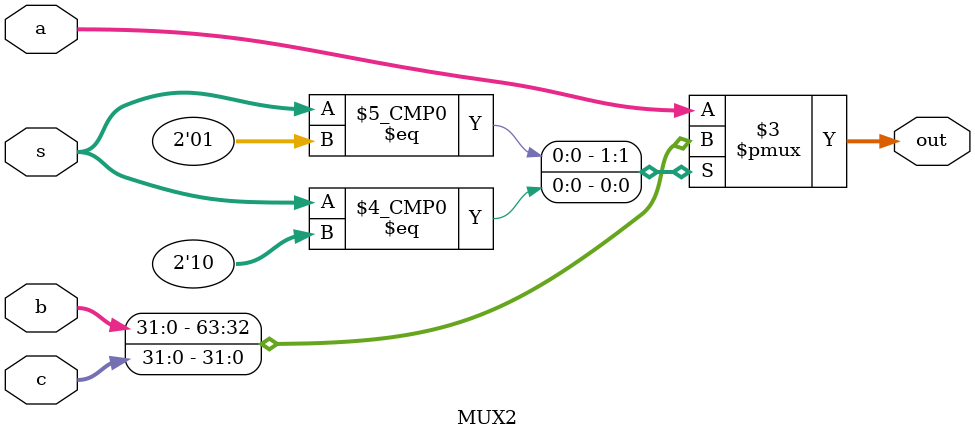
<source format=v>
module MUX2 (a,b,c,s,out);
input [31:0]a;
input [31:0]b;
input [31:0]c;
input [1:0]s;
output reg [31:0]out;
always @(*)
begin
case(s)
2'b00: out=a;
2'b01: out=b;
2'b10: out=c;
default: out=a;
endcase
end
endmodule
</source>
